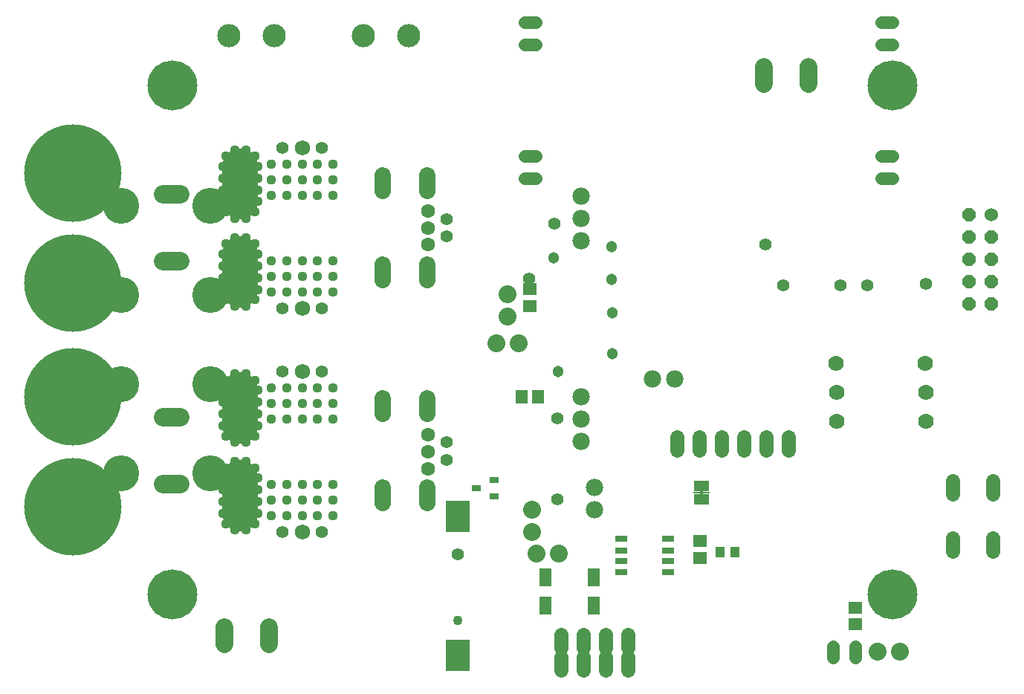
<source format=gbs>
G04 EAGLE Gerber RS-274X export*
G75*
%MOMM*%
%FSLAX34Y34*%
%LPD*%
%INSoldermask Bottom*%
%IPPOS*%
%AMOC8*
5,1,8,0,0,1.08239X$1,22.5*%
G01*
%ADD10C,2.032000*%
%ADD11C,1.981200*%
%ADD12C,1.625600*%
%ADD13C,1.109600*%
%ADD14C,1.409600*%
%ADD15C,1.751600*%
%ADD16C,1.524000*%
%ADD17P,1.649562X8X292.500000*%
%ADD18R,1.401600X2.001600*%
%ADD19R,1.401600X0.701600*%
%ADD20R,1.601600X1.401600*%
%ADD21R,1.101600X1.201600*%
%ADD22C,1.101600*%
%ADD23C,1.401600*%
%ADD24R,2.701600X3.641600*%
%ADD25C,2.641600*%
%ADD26R,1.701800X1.270000*%
%ADD27R,0.304800X0.736600*%
%ADD28R,1.828800X0.152400*%
%ADD29C,11.101600*%
%ADD30C,1.778000*%
%ADD31C,1.879600*%
%ADD32C,4.101600*%
%ADD33C,2.082800*%
%ADD34R,1.401600X1.601600*%
%ADD35C,1.409600*%
%ADD36C,2.051600*%
%ADD37C,1.422400*%
%ADD38R,1.117600X0.736600*%
%ADD39C,4.101600*%
%ADD40C,1.601600*%
%ADD41C,5.689600*%
%ADD42C,1.301600*%


D10*
X522995Y206246D03*
X522995Y180846D03*
X553286Y156313D03*
X527886Y156313D03*
D11*
X578648Y335544D03*
X578648Y310144D03*
X578648Y284744D03*
D10*
X494868Y451748D03*
X494868Y426348D03*
X507940Y395879D03*
X482540Y395879D03*
D12*
X815260Y289640D02*
X815260Y274400D01*
X789860Y274400D02*
X789860Y289640D01*
X764460Y289640D02*
X764460Y274400D01*
X739060Y274400D02*
X739060Y289640D01*
X713660Y289640D02*
X713660Y274400D01*
X688260Y274400D02*
X688260Y289640D01*
D11*
X578555Y564090D03*
X578555Y538690D03*
X578555Y513290D03*
D13*
X225930Y235000D03*
X243430Y235000D03*
X260930Y235000D03*
X278430Y235000D03*
X295930Y235000D03*
X225930Y217500D03*
X243430Y217500D03*
X260930Y217500D03*
X278430Y217500D03*
X295930Y217500D03*
X225930Y200000D03*
X243430Y200000D03*
X260930Y200000D03*
X278430Y200000D03*
X295930Y200000D03*
X225930Y345000D03*
X260930Y345000D03*
X278430Y345000D03*
X295930Y345000D03*
X225930Y327500D03*
X243430Y327500D03*
X260930Y327500D03*
X278430Y327500D03*
X295930Y327500D03*
X225930Y310000D03*
X243430Y310000D03*
X260930Y310000D03*
X278430Y310000D03*
X295930Y310000D03*
X243430Y345000D03*
D14*
X238350Y180950D03*
D15*
X260930Y180950D03*
D14*
X283510Y180950D03*
X238350Y364050D03*
D15*
X260930Y364050D03*
D14*
X283510Y364050D03*
D13*
X225930Y490000D03*
X243430Y490000D03*
X260930Y490000D03*
X278430Y490000D03*
X295930Y490000D03*
X225930Y472500D03*
X243430Y472500D03*
X260930Y472500D03*
X278430Y472500D03*
X295930Y472500D03*
X225930Y455000D03*
X243430Y455000D03*
X260930Y455000D03*
X278430Y455000D03*
X295930Y455000D03*
X225930Y600000D03*
X260930Y600000D03*
X278430Y600000D03*
X295930Y600000D03*
X225930Y582500D03*
X243430Y582500D03*
X260930Y582500D03*
X278430Y582500D03*
X295930Y582500D03*
X225930Y565000D03*
X243430Y565000D03*
X260930Y565000D03*
X278430Y565000D03*
X295930Y565000D03*
X243430Y600000D03*
D14*
X238350Y435950D03*
D15*
X260930Y435950D03*
D14*
X283510Y435950D03*
X238350Y619050D03*
D15*
X260930Y619050D03*
D14*
X283510Y619050D03*
D16*
X1046350Y542610D03*
D17*
X1020950Y542610D03*
X1046350Y517210D03*
X1020950Y517210D03*
X1046350Y491810D03*
X1020950Y491810D03*
X1046350Y466410D03*
X1020950Y466410D03*
X1046350Y441010D03*
X1020950Y441010D03*
D18*
X593478Y97145D03*
X538478Y97145D03*
X538478Y129145D03*
X593478Y129145D03*
D19*
X624801Y135306D03*
X624801Y148306D03*
X624801Y160306D03*
X624801Y173306D03*
X677801Y173306D03*
X677801Y160306D03*
X677801Y148306D03*
X677801Y135306D03*
D20*
X714686Y151714D03*
X714686Y170714D03*
D21*
X737126Y158156D03*
X754126Y158156D03*
D22*
X437985Y80699D03*
D23*
X437985Y155699D03*
D24*
X437985Y40199D03*
X437985Y198699D03*
D11*
X659890Y355499D03*
X685290Y355499D03*
X594169Y231508D03*
X594169Y206108D03*
D25*
X177533Y746478D03*
X229533Y746478D03*
X382533Y746478D03*
X330533Y746478D03*
D26*
X716119Y233450D03*
X716119Y218210D03*
D27*
X716119Y225830D03*
D28*
X716119Y225830D03*
D29*
X0Y590000D03*
X0Y465000D03*
X0Y210000D03*
X0Y335000D03*
D30*
X971160Y373380D03*
X869560Y373380D03*
D31*
X353060Y569410D02*
X353060Y587190D01*
X403860Y587190D02*
X403860Y569410D01*
X353060Y485590D02*
X353060Y467810D01*
X403860Y467810D02*
X403860Y485590D01*
X353060Y333190D02*
X353060Y315410D01*
X403860Y315410D02*
X403860Y333190D01*
X353060Y231590D02*
X353060Y213810D01*
X403860Y213810D02*
X403860Y231590D01*
D30*
X869950Y340360D03*
X971550Y340360D03*
X971550Y307340D03*
X869950Y307340D03*
D32*
X54610Y552450D03*
X54610Y450850D03*
X156210Y552450D03*
X156210Y450850D03*
X54610Y349250D03*
X54610Y247650D03*
X156210Y349250D03*
X156210Y247650D03*
D33*
X121666Y236220D02*
X101854Y236220D01*
X101854Y312420D02*
X121666Y312420D01*
X121666Y490220D02*
X101854Y490220D01*
X101854Y566420D02*
X121666Y566420D01*
D14*
X519430Y469900D03*
X551855Y218254D03*
X551807Y310303D03*
X548597Y532614D03*
D34*
X529837Y335519D03*
X510837Y335519D03*
D20*
X520700Y457810D03*
X520700Y438810D03*
D12*
X1002284Y174498D02*
X1002284Y159258D01*
X1047496Y159258D02*
X1047496Y174498D01*
X1002284Y224282D02*
X1002284Y239522D01*
X1047496Y239522D02*
X1047496Y224282D01*
X556023Y64150D02*
X556023Y48910D01*
X581423Y48910D02*
X581423Y64150D01*
X606823Y64150D02*
X606823Y48910D01*
X632223Y48910D02*
X632223Y64150D01*
D14*
X808990Y462280D03*
X971550Y463550D03*
X789178Y508648D03*
D35*
X527240Y736600D02*
X514160Y736600D01*
X514160Y762000D02*
X527240Y762000D01*
X920560Y584200D02*
X933640Y584200D01*
X933640Y609600D02*
X920560Y609600D01*
X920560Y736600D02*
X933640Y736600D01*
X933640Y762000D02*
X920560Y762000D01*
X527240Y584200D02*
X514160Y584200D01*
X514160Y609600D02*
X527240Y609600D01*
D36*
X837841Y691841D02*
X837841Y711341D01*
X787041Y711341D02*
X787041Y691841D01*
X172631Y72814D02*
X172631Y53314D01*
X223431Y53314D02*
X223431Y72814D01*
D37*
X891540Y51054D02*
X891540Y37846D01*
X866140Y37846D02*
X866140Y51054D01*
D10*
X942340Y44450D03*
X916940Y44450D03*
D38*
X459468Y231269D03*
X479468Y221769D03*
X479468Y240769D03*
D20*
X891480Y75877D03*
X891480Y94877D03*
D13*
X196850Y616400D03*
X196850Y438600D03*
D39*
X190500Y557500D02*
X190500Y597500D01*
X190500Y497500D02*
X190500Y457500D01*
D40*
X404500Y508400D03*
X404500Y527500D03*
X404500Y546600D03*
D13*
X184150Y438600D03*
X184150Y616400D03*
X174250Y609250D03*
X170500Y597500D03*
X170500Y584250D03*
X170500Y570750D03*
X170500Y557500D03*
X174250Y545750D03*
X184250Y538500D03*
X196750Y538500D03*
X206750Y545750D03*
X210500Y557500D03*
X210500Y570750D03*
X210500Y584250D03*
X210500Y597500D03*
X206750Y609250D03*
X174250Y445750D03*
X170500Y457500D03*
X170500Y470750D03*
X170500Y484250D03*
X170500Y497500D03*
X174250Y509250D03*
X184250Y516500D03*
X196750Y516500D03*
X206750Y509250D03*
X210500Y497500D03*
X210500Y484000D03*
X210500Y470750D03*
X210500Y457500D03*
X206750Y445750D03*
X196850Y361400D03*
X196850Y183600D03*
D39*
X190500Y302500D02*
X190500Y342500D01*
X190500Y242500D02*
X190500Y202500D01*
D40*
X404500Y253400D03*
X404500Y272500D03*
X404500Y291600D03*
D13*
X184150Y183600D03*
X184150Y361400D03*
X174250Y354250D03*
X170500Y342500D03*
X170500Y329250D03*
X170500Y315750D03*
X170500Y302500D03*
X174250Y290750D03*
X184250Y283500D03*
X196750Y283500D03*
X206750Y290750D03*
X210500Y302500D03*
X210500Y315750D03*
X210500Y329250D03*
X210500Y342500D03*
X206750Y354250D03*
X174250Y190750D03*
X170500Y202500D03*
X170500Y215750D03*
X170500Y229250D03*
X170500Y242500D03*
X174250Y254250D03*
X184250Y261500D03*
X196750Y261500D03*
X206750Y254250D03*
X210500Y242500D03*
X210500Y229000D03*
X210500Y215750D03*
X210500Y202500D03*
X206750Y190750D03*
D14*
X425450Y283210D03*
X425450Y262890D03*
X425450Y537210D03*
X425450Y518160D03*
X874126Y462457D03*
X904575Y462596D03*
D12*
X556023Y38750D02*
X556023Y23510D01*
X581423Y23510D02*
X581423Y38750D01*
X606823Y38750D02*
X606823Y23510D01*
X632223Y23510D02*
X632223Y38750D01*
D41*
X113386Y689765D03*
X933329Y689948D03*
X113386Y109665D03*
X933329Y109648D03*
D42*
X552249Y364130D03*
X614420Y384676D03*
X547593Y493477D03*
X613341Y506226D03*
X613410Y468630D03*
X613997Y431242D03*
M02*

</source>
